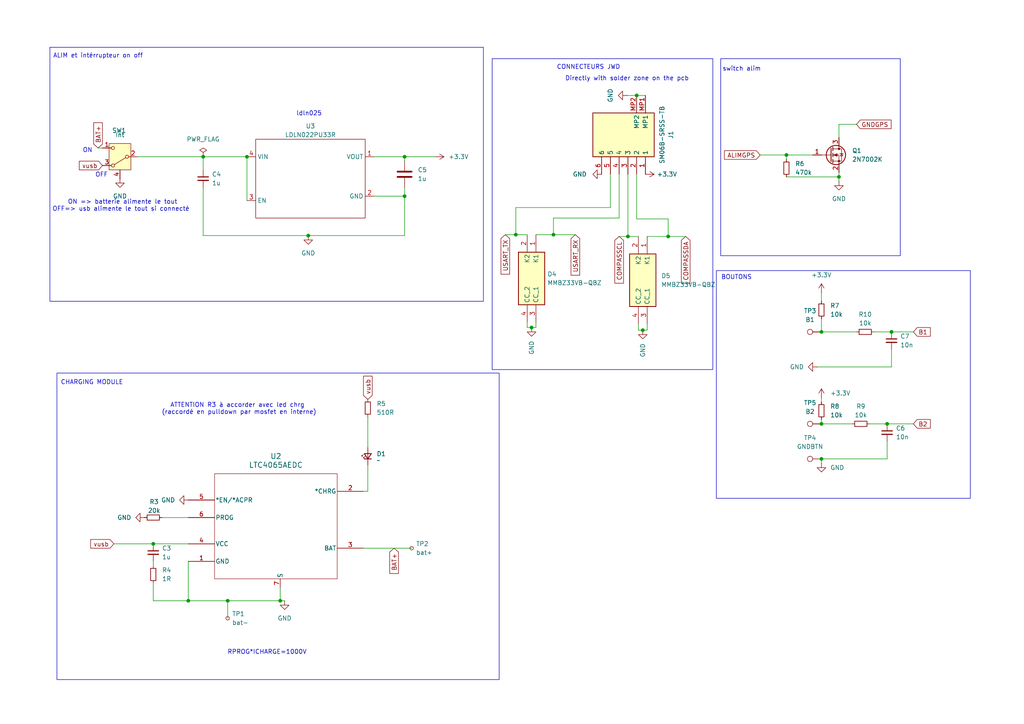
<source format=kicad_sch>
(kicad_sch (version 20231120) (generator "eeschema") (generator_version "8.0")
  (paper "A4")
  (lib_symbols
    (symbol "Connector:TestPoint" (pin_numbers hide) (pin_names (offset 0.762) hide)
      (property "Reference" "TP" (at 0 6.858 0))
      (property "Value" "TestPoint" (at 0 5.08 0))
      (symbol "TestPoint_0_1"
        (circle (center 0 3.302) (radius 0.762))
      )
      (symbol "TestPoint_1_1"
        (pin passive line (at 0 0 90) (length 2.54) (name "1") (number "1"))
      )
    )
    (symbol "Connector:TestPoint_Small" (pin_numbers hide) (pin_names (offset 0.762) hide)
      (property "Reference" "TP" (at 0 3.81 0))
      (property "Value" "TestPoint_Small" (at 0 2.032 0))
      (symbol "TestPoint_Small_0_1"
        (circle (center 0 0) (radius 0.508))
      )
      (symbol "TestPoint_Small_1_1"
        (pin passive line (at 0 0 90) (length 0) (name "1") (number "1"))
      )
    )
    (symbol "Device:C" (pin_numbers hide) (pin_names (offset 0.254))
      (property "Reference" "C" (at 0.635 2.54 0))
      (property "Value" "C" (at 0.635 -2.54 0))
      (symbol "C_0_1"
        (polyline (pts (xy -2.032 -0.762) (xy 2.032 -0.762)) (stroke (width 0.508)))
        (polyline (pts (xy -2.032 0.762) (xy 2.032 0.762)) (stroke (width 0.508)))
      )
      (symbol "C_1_1"
        (pin passive line (at 0 3.81 270) (length 2.794) (name "~") (number "1"))
        (pin passive line (at 0 -3.81 90) (length 2.794) (name "~") (number "2"))
      )
    )
    (symbol "Device:C_Small" (pin_numbers hide) (pin_names (offset 0.254) hide)
      (property "Reference" "C" (at 0.254 1.778 0))
      (property "Value" "C_Small" (at 0.254 -2.032 0))
      (symbol "C_Small_0_1"
        (polyline (pts (xy -1.524 -0.508) (xy 1.524 -0.508)) (stroke (width 0.3302)))
        (polyline (pts (xy -1.524 0.508) (xy 1.524 0.508)) (stroke (width 0.3048)))
      )
      (symbol "C_Small_1_1"
        (pin passive line (at 0 2.54 270) (length 2.032) (name "~") (number "1"))
        (pin passive line (at 0 -2.54 90) (length 2.032) (name "~") (number "2"))
      )
    )
    (symbol "Device:LED_Small" (pin_numbers hide) (pin_names (offset 0.254) hide)
      (property "Reference" "D" (at -1.27 3.175 0))
      (property "Value" "LED_Small" (at -4.445 -2.54 0))
      (symbol "LED_Small_0_1"
        (polyline (pts (xy -0.762 -1.016) (xy -0.762 1.016)) (stroke (width 0.254)))
        (polyline (pts (xy 1.016 0) (xy -0.762 0)))
        (polyline (pts (xy 0.762 -1.016) (xy -0.762 0) (xy 0.762 1.016) (xy 0.762 -1.016)) (stroke (width 0.254)))
        (polyline (pts (xy 0 0.762) (xy -0.508 1.27) (xy -0.254 1.27) (xy -0.508 1.27) (xy -0.508 1.016)))
        (polyline (pts (xy 0.508 1.27) (xy 0 1.778) (xy 0.254 1.778) (xy 0 1.778) (xy 0 1.524)))
      )
      (symbol "LED_Small_1_1"
        (pin passive line (at -2.54 0 0) (length 1.778) (name "K") (number "1"))
        (pin passive line (at 2.54 0 180) (length 1.778) (name "A") (number "2"))
      )
    )
    (symbol "Device:R_Small" (pin_numbers hide) (pin_names (offset 0.254) hide)
      (property "Reference" "R" (at 0.762 0.508 0))
      (property "Value" "R_Small" (at 0.762 -1.016 0))
      (symbol "R_Small_0_1"
        (rectangle (start -0.762 1.778) (end 0.762 -1.778) (stroke (width 0.2032)))
      )
      (symbol "R_Small_1_1"
        (pin passive line (at 0 2.54 270) (length 0.762) (name "~") (number "1"))
        (pin passive line (at 0 -2.54 90) (length 0.762) (name "~") (number "2"))
      )
    )
    (symbol "LDLN025PU33R:LDLN025PU33R"
      (property "Reference" "U" (at 0 0 0))
      (symbol "LDLN025PU33R_0_1"
        (rectangle (start -15.24 11.43) (end 16.51 -11.43))
      )
      (symbol "LDLN025PU33R_1_1"
        (pin power_out line (at 19.05 6.35 180) (length 2.54) (name "VOUT") (number "1"))
        (pin power_out line (at 19.05 -5.08 180) (length 2.54) (name "GND") (number "2"))
        (pin input line (at -17.78 -6.35 0) (length 2.54) (name "EN") (number "3"))
        (pin power_in line (at -17.78 6.35 0) (length 2.54) (name "VIN") (number "4"))
      )
    )
    (symbol "LTC4065:LTC4065AEDC" (pin_names (offset 0.254))
      (property "Reference" "U2" (at 25.4 12.7 0))
      (property "Value" "LTC4065AEDC" (at 25.4 10.16 0))
      (symbol "LTC4065AEDC_0_1"
        (polyline (pts (xy 7.62 -22.86) (xy 43.18 -22.86)) (stroke (width 0.127)))
        (polyline (pts (xy 7.62 7.62) (xy 7.62 -22.86)) (stroke (width 0.127)))
        (polyline (pts (xy 43.18 -22.86) (xy 43.18 7.62)) (stroke (width 0.127)))
        (polyline (pts (xy 43.18 7.62) (xy 7.62 7.62)) (stroke (width 0.127)))
        (pin power_in line (at 0 -17.78 0) (length 7.62) (name "GND") (number "1"))
        (pin output line (at 50.8 2.54 180) (length 7.62) (name "*CHRG") (number "2"))
        (pin power_in line (at 0 -12.7 0) (length 7.62) (name "VCC") (number "4"))
        (pin bidirectional line (at 0 0 0) (length 7.62) (name "*EN/*ACPR") (number "5"))
        (pin unspecified line (at 0 -5.08 0) (length 7.62) (name "PROG") (number "6"))
      )
      (symbol "LTC4065AEDC_1_1"
        (pin power_out line (at 50.8 -13.97 180) (length 7.62) (name "BAT") (number "3"))
        (pin passive line (at 26.67 -25.4 90) (length 2.54) (name "S") (number "7"))
      )
    )
    (symbol "MMBZ33VB-QBZ:MMBZ33VB-QBZ"
      (property "Reference" "D" (at 21.59 7.62 0))
      (property "Value" "MMBZ33VB-QBZ" (at 21.59 5.08 0))
      (symbol "MMBZ33VB-QBZ_1_1"
        (rectangle (start 5.08 2.54) (end 20.32 -5.08) (stroke (width 0.254)) (fill (type background)))
        (pin passive line (at 0 0 0) (length 5.08) (name "K1") (number "1"))
        (pin passive line (at 0 -2.54 0) (length 5.08) (name "K2") (number "2"))
        (pin passive line (at 25.4 0 180) (length 5.08) (name "CC_1") (number "3"))
        (pin passive line (at 25.4 -2.54 180) (length 5.08) (name "CC_2") (number "4"))
      )
    )
    (symbol "SM06B-SRSS:SM06B-SRSS-TB"
      (property "Reference" "J" (at 19.05 7.62 0))
      (property "Value" "SM06B-SRSS-TB" (at 19.05 5.08 0))
      (symbol "SM06B-SRSS-TB_1_1"
        (rectangle (start 5.08 2.54) (end 17.78 -15.24) (stroke (width 0.254)) (fill (type background)))
        (pin passive line (at 22.86 0 180) (length 5.08) (name "1") (number "1"))
        (pin passive line (at 22.86 -2.54 180) (length 5.08) (name "2") (number "2"))
        (pin passive line (at 22.86 -5.08 180) (length 5.08) (name "3") (number "3"))
        (pin passive line (at 22.86 -7.62 180) (length 5.08) (name "4") (number "4"))
        (pin passive line (at 22.86 -10.16 180) (length 5.08) (name "5") (number "5"))
        (pin passive line (at 22.86 -12.7 180) (length 5.08) (name "6") (number "6"))
        (pin passive line (at 0 0 0) (length 5.08) (name "MP1") (number "MP1"))
        (pin passive line (at 0 -2.54 0) (length 5.08) (name "MP2") (number "MP2"))
      )
    )
    (symbol "Switch:SW_SPDT_321" (pin_names (offset 1) hide)
      (property "Reference" "SW6" (at 0.254 -7.62 0))
      (property "Value" "Int" (at 0 -6.35 0))
      (symbol "SW_SPDT_321_0_1"
        (circle (center -2.032 0) (radius 0.4572))
        (polyline (pts (xy -1.651 0.254) (xy 1.651 2.286)))
        (circle (center 2.032 -2.54) (radius 0.4572))
        (circle (center 2.032 2.54) (radius 0.4572))
      )
      (symbol "SW_SPDT_321_1_1"
        (rectangle (start -3.175 3.81) (end 3.175 -3.81) (fill (type background)))
        (pin passive line (at 5.08 -2.54 180) (length 2.54) (name "C") (number "1"))
        (pin passive line (at -5.08 0 0) (length 2.54) (name "B") (number "2"))
        (pin passive line (at 5.08 2.54 180) (length 2.54) (name "A") (number "3"))
        (pin passive line (at 0 6.35 270) (length 2.54) (name "S") (number "4"))
      )
    )
    (symbol "Transistor_FET:2N7002K" (pin_names hide)
      (property "Reference" "Q" (at 5.08 1.905 0))
      (property "Value" "2N7002K" (at 5.08 0 0))
      (symbol "2N7002K_0_1"
        (polyline (pts (xy 0.254 0) (xy -2.54 0)))
        (polyline (pts (xy 0.254 1.905) (xy 0.254 -1.905)) (stroke (width 0.254)))
        (polyline (pts (xy 0.762 -1.27) (xy 0.762 -2.286)) (stroke (width 0.254)))
        (polyline (pts (xy 0.762 0.508) (xy 0.762 -0.508)) (stroke (width 0.254)))
        (polyline (pts (xy 0.762 2.286) (xy 0.762 1.27)) (stroke (width 0.254)))
        (polyline (pts (xy 2.54 2.54) (xy 2.54 1.778)))
        (polyline (pts (xy 2.54 -2.54) (xy 2.54 0) (xy 0.762 0)))
        (polyline (pts (xy 0.762 -1.778) (xy 3.302 -1.778) (xy 3.302 1.778) (xy 0.762 1.778)))
        (polyline (pts (xy 1.016 0) (xy 2.032 0.381) (xy 2.032 -0.381) (xy 1.016 0)) (fill (type outline)))
        (polyline (pts (xy 2.794 0.508) (xy 2.921 0.381) (xy 3.683 0.381) (xy 3.81 0.254)))
        (polyline (pts (xy 3.302 0.381) (xy 2.921 -0.254) (xy 3.683 -0.254) (xy 3.302 0.381)))
        (circle (center 1.651 0) (radius 2.794) (stroke (width 0.254)))
        (circle (center 2.54 -1.778) (radius 0.254) (fill (type outline)))
        (circle (center 2.54 1.778) (radius 0.254) (fill (type outline)))
      )
      (symbol "2N7002K_1_1"
        (pin input line (at -5.08 0 0) (length 2.54) (name "G") (number "1"))
        (pin passive line (at 2.54 -5.08 90) (length 2.54) (name "S") (number "2"))
        (pin passive line (at 2.54 5.08 270) (length 2.54) (name "D") (number "3"))
      )
    )
    (symbol "power:+3.3V" (power) (pin_numbers hide) (pin_names (offset 0) hide)
      (property "Value" "+3.3V" (at 0 3.556 0))
      (symbol "+3.3V_0_1"
        (polyline (pts (xy -0.762 1.27) (xy 0 2.54)))
        (polyline (pts (xy 0 0) (xy 0 2.54)))
        (polyline (pts (xy 0 2.54) (xy 0.762 1.27)))
      )
      (symbol "+3.3V_1_1"
        (pin power_in line (at 0 0 90) (length 0) (name "~") (number "1"))
      )
    )
    (symbol "power:GND" (power) (pin_numbers hide) (pin_names (offset 0) hide)
      (property "Value" "GND" (at 0 -3.81 0))
      (symbol "GND_0_1"
        (polyline (pts (xy 0 0) (xy 0 -1.27) (xy 1.27 -1.27) (xy 0 -2.54) (xy -1.27 -1.27) (xy 0 -1.27)))
      )
      (symbol "GND_1_1"
        (pin power_in line (at 0 0 270) (length 0) (name "~") (number "1"))
      )
    )
    (symbol "power:PWR_FLAG" (power) (pin_numbers hide) (pin_names (offset 0) hide)
      (property "Value" "PWR_FLAG" (at 0 3.81 0))
      (symbol "PWR_FLAG_0_0"
        (pin power_out line (at 0 0 90) (length 0) (name "~") (number "1"))
      )
      (symbol "PWR_FLAG_0_1"
        (polyline (pts (xy 0 0) (xy 0 1.27) (xy -1.016 1.905) (xy 0 2.54) (xy 1.016 1.905) (xy 0 1.27)))
      )
    )
  )
  (junction (at 243.332 51.308))
  (junction (at 117.348 56.896))
  (junction (at 44.45 157.734))
  (junction (at 117.348 45.466))
  (junction (at 193.802 68.58))
  (junction (at 149.606 68.072))
  (junction (at 258.572 96.266))
  (junction (at 154.178 94.996))
  (junction (at 182.118 68.58))
  (junction (at 58.928 45.466))
  (junction (at 81.28 174.244))
  (junction (at 228.092 44.958))
  (junction (at 257.302 122.936))
  (junction (at 238.252 122.936))
  (junction (at 238.252 96.266))
  (junction (at 160.528 68.072))
  (junction (at 66.04 174.244))
  (junction (at 71.628 45.466))
  (junction (at 184.658 27.686))
  (junction (at 54.61 174.244))
  (junction (at 186.436 95.758))
  (junction (at 238.252 133.096))
  (junction (at 89.408 68.326))
  (wire (pts (xy 184.658 27.686) (xy 181.864 27.686)))
  (wire (pts (xy 54.61 162.814) (xy 54.61 174.244)))
  (wire (pts (xy 66.04 174.244) (xy 81.28 174.244)))
  (wire (pts (xy 44.45 169.164) (xy 44.45 174.244)))
  (wire (pts (xy 117.348 45.466) (xy 117.348 46.736)))
  (wire (pts (xy 177.038 50.546) (xy 177.038 60.198)))
  (wire (pts (xy 252.222 122.936) (xy 257.302 122.936)))
  (wire (pts (xy 243.332 51.308) (xy 243.332 52.578)))
  (wire (pts (xy 187.706 95.758) (xy 186.436 95.758)))
  (wire (pts (xy 257.302 128.016) (xy 257.302 133.096)))
  (wire (pts (xy 117.348 68.326) (xy 89.408 68.326)))
  (wire (pts (xy 58.928 45.466) (xy 71.628 45.466)))
  (wire (pts (xy 149.606 68.072) (xy 152.908 68.072)))
  (wire (pts (xy 182.118 50.546) (xy 182.118 68.58)))
  (wire (pts (xy 228.092 44.958) (xy 228.092 46.228)))
  (wire (pts (xy 248.412 36.068) (xy 243.332 36.068)))
  (wire (pts (xy 108.458 45.466) (xy 117.348 45.466)))
  (wire (pts (xy 58.928 68.326) (xy 89.408 68.326)))
  (wire (pts (xy 238.252 96.266) (xy 248.412 96.266)))
  (wire (pts (xy 238.252 92.456) (xy 238.252 96.266)))
  (wire (pts (xy 238.252 122.936) (xy 247.142 122.936)))
  (wire (pts (xy 71.628 58.166) (xy 71.628 45.466)))
  (wire (pts (xy 257.302 122.936) (xy 264.922 122.936)))
  (wire (pts (xy 28.448 42.926) (xy 29.718 42.926)))
  (wire (pts (xy 81.28 174.244) (xy 82.55 174.244)))
  (wire (pts (xy 44.45 174.244) (xy 54.61 174.244)))
  (wire (pts (xy 44.45 157.734) (xy 54.61 157.734)))
  (wire (pts (xy 238.252 121.666) (xy 238.252 122.936)))
  (wire (pts (xy 106.68 120.904) (xy 106.68 129.794)))
  (wire (pts (xy 185.166 93.98) (xy 185.166 95.758)))
  (wire (pts (xy 160.528 68.072) (xy 166.878 68.072)))
  (wire (pts (xy 258.572 96.266) (xy 264.922 96.266)))
  (wire (pts (xy 220.472 44.958) (xy 228.092 44.958)))
  (wire (pts (xy 186.436 95.758) (xy 185.166 95.758)))
  (wire (pts (xy 258.572 101.346) (xy 258.572 106.426)))
  (wire (pts (xy 105.41 159.004) (xy 119.38 159.004)))
  (wire (pts (xy 257.302 133.096) (xy 238.252 133.096)))
  (wire (pts (xy 66.04 174.244) (xy 66.04 179.324)))
  (wire (pts (xy 154.178 94.996) (xy 155.448 94.996)))
  (wire (pts (xy 236.982 106.426) (xy 258.572 106.426)))
  (wire (pts (xy 187.706 93.98) (xy 187.706 95.758)))
  (wire (pts (xy 105.41 142.494) (xy 106.68 142.494)))
  (wire (pts (xy 182.118 68.58) (xy 185.166 68.58)))
  (wire (pts (xy 253.492 96.266) (xy 258.572 96.266)))
  (wire (pts (xy 238.252 84.836) (xy 238.252 87.376)))
  (wire (pts (xy 33.02 157.734) (xy 44.45 157.734)))
  (wire (pts (xy 184.658 63.5) (xy 193.802 63.5)))
  (wire (pts (xy 243.332 50.038) (xy 243.332 51.308)))
  (wire (pts (xy 149.606 60.198) (xy 149.606 68.072)))
  (wire (pts (xy 238.252 133.096) (xy 238.252 134.366)))
  (wire (pts (xy 179.578 68.58) (xy 182.118 68.58)))
  (wire (pts (xy 228.092 44.958) (xy 235.712 44.958)))
  (wire (pts (xy 198.882 68.58) (xy 193.802 68.58)))
  (wire (pts (xy 117.348 56.896) (xy 117.348 68.326)))
  (wire (pts (xy 108.458 56.896) (xy 117.348 56.896)))
  (wire (pts (xy 58.928 54.356) (xy 58.928 68.326)))
  (wire (pts (xy 146.558 68.072) (xy 149.606 68.072)))
  (wire (pts (xy 44.45 162.814) (xy 44.45 164.084)))
  (wire (pts (xy 228.092 51.308) (xy 243.332 51.308)))
  (wire (pts (xy 177.038 60.198) (xy 149.606 60.198)))
  (wire (pts (xy 152.908 94.996) (xy 154.178 94.996)))
  (wire (pts (xy 39.878 45.466) (xy 58.928 45.466)))
  (wire (pts (xy 155.448 68.072) (xy 160.528 68.072)))
  (wire (pts (xy 54.61 174.244) (xy 66.04 174.244)))
  (wire (pts (xy 238.252 115.316) (xy 238.252 116.586)))
  (wire (pts (xy 106.68 142.494) (xy 106.68 134.874)))
  (wire (pts (xy 184.658 50.546) (xy 184.658 63.5)))
  (wire (pts (xy 193.802 63.5) (xy 193.802 68.58)))
  (wire (pts (xy 160.528 63.246) (xy 160.528 68.072)))
  (wire (pts (xy 179.578 63.246) (xy 160.528 63.246)))
  (wire (pts (xy 58.928 45.466) (xy 58.928 49.276)))
  (wire (pts (xy 46.99 150.114) (xy 54.61 150.114)))
  (wire (pts (xy 187.706 68.58) (xy 193.802 68.58)))
  (wire (pts (xy 243.332 36.068) (xy 243.332 39.878)))
  (wire (pts (xy 81.28 170.434) (xy 81.28 174.244)))
  (wire (pts (xy 117.348 45.466) (xy 126.238 45.466)))
  (wire (pts (xy 152.908 93.472) (xy 152.908 94.996)))
  (wire (pts (xy 179.578 50.546) (xy 179.578 63.246)))
  (wire (pts (xy 155.448 94.996) (xy 155.448 93.472)))
  (wire (pts (xy 117.348 56.896) (xy 117.348 54.356)))
  (wire (pts (xy 187.198 27.686) (xy 184.658 27.686)))
  (rectangle (start 16.51 108.204) (end 144.78 197.104))
  (rectangle (start 207.772 78.486) (end 281.432 144.526))
  (rectangle (start 142.748 17.018) (end 206.756 107.188))
  (rectangle (start 14.478 13.716) (end 140.208 87.376))
  (rectangle (start 209.042 17.018) (end 261.112 74.168))
  (text "ALIM et intérrupteur on off" (at 28.448 16.256 0) (effects (font (size 1.27 1.27))))
  (text "BOUTONS" (at 213.614 80.518 0) (effects (font (size 1.27 1.27))))
  (text "ON => batterie alimente le tout\nOFF=> usb alimente le tout si connecté " (at 35.56 59.69 0) (effects (font (size 1.27 1.27))))
  (text "switch alim" (at 215.138 20.066 0) (effects (font (size 1.27 1.27))))
  (text "ldln025" (at 89.662 33.02 0) (effects (font (size 1.27 1.27))))
  (text "OFF" (at 29.464 50.8 0) (effects (font (size 1.27 1.27))))
  (text "RPROG*ICHARGE=1000V" (at 77.47 189.23 0) (effects (font (size 1.27 1.27))))
  (text "Directly with solder zone on the pcb" (at 181.864 22.86 0) (effects (font (size 1.27 1.27))))
  (text "ATTENTION R3 à accorder avec led chrg \n(raccordé en pulldown par mosfet en interne)\n" (at 69.342 118.618 0) (effects (font (size 1.27 1.27))))
  (text "CONNECTEURS JWD" (at 170.688 19.558 0) (effects (font (size 1.27 1.27))))
  (text "ON" (at 25.4 43.688 0) (effects (font (size 1.27 1.27))))
  (text "CHARGING MODULE" (at 26.67 110.998 0) (effects (font (size 1.27 1.27))))
  (global_label "vusb" (shape input) (at 106.68 115.824 90) (property "Intersheetrefs" "${INTERSHEET_REFS}" (effects (hide yes))))
  (global_label "BAT+" (shape input) (at 114.3 159.004 270) (property "Intersheetrefs" "${INTERSHEET_REFS}" (effects (hide yes))))
  (global_label "GNDGPS" (shape input) (at 248.412 36.068 0) (property "Intersheetrefs" "${INTERSHEET_REFS}" (effects (hide yes))))
  (global_label "ALIMGPS" (shape input) (at 220.472 44.958 180) (property "Intersheetrefs" "${INTERSHEET_REFS}" (effects (hide yes))))
  (global_label "USART_RX" (shape input) (at 166.878 68.072 270) (property "Intersheetrefs" "${INTERSHEET_REFS}" (effects (hide yes))))
  (global_label "USART_TX" (shape input) (at 146.558 68.072 270) (property "Intersheetrefs" "${INTERSHEET_REFS}" (effects (hide yes))))
  (global_label "BAT+" (shape input) (at 28.448 42.926 90) (property "Intersheetrefs" "${INTERSHEET_REFS}" (effects (hide yes))))
  (global_label "B2" (shape input) (at 264.922 122.936 0) (property "Intersheetrefs" "${INTERSHEET_REFS}" (effects (hide yes))))
  (global_label "COMPASSDA" (shape input) (at 198.882 68.58 270) (property "Intersheetrefs" "${INTERSHEET_REFS}" (effects (hide yes))))
  (global_label "vusb" (shape input) (at 29.718 48.006 180) (property "Intersheetrefs" "${INTERSHEET_REFS}" (effects (hide yes))))
  (global_label "COMPASSCL" (shape input) (at 179.578 68.58 270) (property "Intersheetrefs" "${INTERSHEET_REFS}" (effects (hide yes))))
  (global_label "vusb" (shape input) (at 33.02 157.734 180) (property "Intersheetrefs" "${INTERSHEET_REFS}" (effects (hide yes))))
  (global_label "B1" (shape input) (at 264.922 96.266 0) (property "Intersheetrefs" "${INTERSHEET_REFS}" (effects (hide yes))))
  (symbol (lib_id "Switch:SW_SPDT_321") (at 34.798 45.466 180) (unit 1)
    (property "Reference" "SW1" (at 34.544 37.846 0))
    (property "Value" "Int" (at 34.798 39.116 0))
    (property "Footprint" "PCM:SW_PCM" (effects (hide yes)))
    (property "Description" "Switch, single pole double throw" (effects (hide yes)))
  )
  (symbol (lib_id "LDLN025PU33R:LDLN025PU33R") (at 89.408 51.816 0) (unit 1)
    (property "Reference" "U3" (at 90.043 36.576 0))
    (property "Value" "LDLN022PU33R" (at 90.043 39.116 0))
    (property "Footprint" "LDLN025PU33R:LDLN025PU33R" (effects (hide yes)))
  )
  (symbol (lib_id "Device:R_Small") (at 106.68 118.364 0) (unit 1)
    (property "Reference" "R5" (at 109.22 117.0939 0) (effects (justify left)))
    (property "Value" "510R" (at 109.22 119.6339 0) (effects (justify left)))
    (property "Footprint" "Resistor_SMD:R_0402_1005Metric" (effects (hide yes)))
    (property "Description" "Resistor, small symbol" (effects (hide yes)))
  )
  (symbol (lib_id "Connector:TestPoint_Small") (at 66.04 179.324 0) (unit 1)
    (property "Reference" "TP1" (at 67.31 178.0539 0) (effects (justify left)))
    (property "Value" "bat-" (at 67.31 180.5939 0) (effects (justify left)))
    (property "Footprint" "TestPoint:TestPoint_THTPad_D1.0mm_Drill0.5mm" (effects (hide yes)))
    (property "Description" "test point" (effects (hide yes)))
  )
  (symbol (lib_id "power:GND") (at 41.91 150.114 270) (unit 1)
    (property "Reference" "#PWR02" (effects (hide yes)))
    (property "Value" "GND" (at 38.1 150.1139 90) (effects (justify right)))
    (property "Description" "Power symbol creates a global label with name \"GND\" , ground" (effects (hide yes)))
  )
  (symbol (lib_id "power:GND") (at 243.332 52.578 0) (unit 1)
    (property "Reference" "#PWR011" (effects (hide yes)))
    (property "Value" "GND" (at 243.332 57.658 0))
    (property "Description" "Power symbol creates a global label with name \"GND\" , ground" (effects (hide yes)))
  )
  (symbol (lib_id "power:GND") (at 34.798 51.816 0) (unit 1)
    (property "Reference" "#PWR01" (effects (hide yes)))
    (property "Value" "GND" (at 34.798 56.896 0))
    (property "Description" "Power symbol creates a global label with name \"GND\" , ground" (effects (hide yes)))
  )
  (symbol (lib_id "power:GND") (at 82.55 174.244 0) (unit 1)
    (property "Reference" "#PWR04" (effects (hide yes)))
    (property "Value" "GND" (at 82.55 179.324 0))
    (property "Description" "Power symbol creates a global label with name \"GND\" , ground" (effects (hide yes)))
  )
  (symbol (lib_id "Connector:TestPoint") (at 238.252 133.096 90) (unit 1)
    (property "Reference" "TP4" (at 234.95 127 90))
    (property "Value" "GNDBTN" (at 234.95 129.54 90))
    (property "Footprint" "custom_testpoint:TestPoint_Pad_1.0x1.0mm" (effects (hide yes)))
    (property "Description" "test point" (effects (hide yes)))
  )
  (symbol (lib_id "power:GND") (at 186.436 95.758 0) (unit 1)
    (property "Reference" "#PWR050" (effects (hide yes)))
    (property "Value" "GND" (at 186.4361 99.568 90) (effects (justify right)))
    (property "Description" "Power symbol creates a global label with name \"GND\" , ground" (effects (hide yes)))
  )
  (symbol (lib_id "Device:R_Small") (at 250.952 96.266 90) (unit 1)
    (property "Reference" "R10" (at 250.952 91.186 90))
    (property "Value" "10k" (at 250.952 93.726 90))
    (property "Footprint" "Resistor_SMD:R_0402_1005Metric" (effects (hide yes)))
    (property "Description" "Resistor, small symbol" (effects (hide yes)))
  )
  (symbol (lib_id "Device:C_Small") (at 258.572 98.806 0) (unit 1)
    (property "Reference" "C7" (at 261.112 97.5422 0) (effects (justify left)))
    (property "Value" "10n" (at 261.112 100.0822 0) (effects (justify left)))
    (property "Footprint" "Capacitor_SMD:C_0402_1005Metric" (effects (hide yes)))
    (property "Description" "Unpolarized capacitor, small symbol" (effects (hide yes)))
  )
  (symbol (lib_id "power:+3.3V") (at 126.238 45.466 270) (unit 1)
    (property "Reference" "#PWR06" (effects (hide yes)))
    (property "Value" "+3.3V" (at 130.048 45.4659 90) (effects (justify left)))
    (property "Description" "Power symbol creates a global label with name \"+3.3V\"" (effects (hide yes)))
  )
  (symbol (lib_id "Device:R_Small") (at 44.45 150.114 90) (unit 1)
    (property "Reference" "R3" (at 44.704 145.542 90))
    (property "Value" "20k" (at 44.704 148.082 90))
    (property "Footprint" "Resistor_SMD:R_0402_1005Metric" (effects (hide yes)))
    (property "Description" "Resistor, small symbol" (effects (hide yes)))
  )
  (symbol (lib_id "power:+3.3V") (at 187.198 50.546 270) (unit 1)
    (property "Reference" "#PWR09" (effects (hide yes)))
    (property "Value" "+3.3V" (at 190.5 50.5459 90) (effects (justify left)))
    (property "Description" "Power symbol creates a global label with name \"+3.3V\"" (effects (hide yes)))
  )
  (symbol (lib_id "power:+3.3V") (at 238.252 84.836 0) (unit 1)
    (property "Reference" "#PWR013" (effects (hide yes)))
    (property "Value" "+3.3V" (at 238.252 79.756 0))
    (property "Description" "Power symbol creates a global label with name \"+3.3V\"" (effects (hide yes)))
  )
  (symbol (lib_id "Device:R_Small") (at 249.682 122.936 90) (unit 1)
    (property "Reference" "R9" (at 249.682 117.856 90))
    (property "Value" "10k" (at 249.682 120.396 90))
    (property "Footprint" "Resistor_SMD:R_0402_1005Metric" (effects (hide yes)))
    (property "Description" "Resistor, small symbol" (effects (hide yes)))
  )
  (symbol (lib_id "Device:C_Small") (at 58.928 51.816 0) (unit 1)
    (property "Reference" "C4" (at 61.468 50.5522 0) (effects (justify left)))
    (property "Value" "1u" (at 61.468 53.0922 0) (effects (justify left)))
    (property "Footprint" "Capacitor_SMD:C_0402_1005Metric" (effects (hide yes)))
    (property "Description" "Unpolarized capacitor, small symbol" (effects (hide yes)))
  )
  (symbol (lib_id "power:GND") (at 89.408 68.326 0) (unit 1)
    (property "Reference" "#PWR05" (effects (hide yes)))
    (property "Value" "GND" (at 89.408 73.406 0))
    (property "Description" "Power symbol creates a global label with name \"GND\" , ground" (effects (hide yes)))
  )
  (symbol (lib_id "Device:LED_Small") (at 106.68 132.334 90) (unit 1)
    (property "Reference" "D1" (at 109.22 131.6354 90) (effects (justify right)))
    (property "Value" "~" (at 109.22 133.5405 90) (effects (justify right)))
    (property "Footprint" "LED_SMD:LED_0201_0603Metric_Pad0.64x0.40mm_HandSolder" (effects (hide yes)))
    (property "Description" "Light emitting diode, small symbol" (effects (hide yes)))
  )
  (symbol (lib_id "Device:C_Small") (at 44.45 160.274 0) (unit 1)
    (property "Reference" "C3" (at 46.99 159.0102 0) (effects (justify left)))
    (property "Value" "1u" (at 46.99 161.5502 0) (effects (justify left)))
    (property "Footprint" "Capacitor_SMD:C_0402_1005Metric" (effects (hide yes)))
    (property "Description" "Unpolarized capacitor, small symbol" (effects (hide yes)))
  )
  (symbol (lib_id "power:GND") (at 236.982 106.426 270) (unit 1)
    (property "Reference" "#PWR012" (effects (hide yes)))
    (property "Value" "GND" (at 233.172 106.4259 90) (effects (justify right)))
    (property "Description" "Power symbol creates a global label with name \"GND\" , ground" (effects (hide yes)))
  )
  (symbol (lib_id "MMBZ33VB-QBZ:MMBZ33VB-QBZ") (at 155.448 68.072 270) (unit 1)
    (property "Reference" "D4" (at 158.75 79.5019 90) (effects (justify left)))
    (property "Value" "MMBZ33VB-QBZ" (at 158.75 82.0419 90) (effects (justify left)))
    (property "Footprint" "MMBZ33VB-QBZ:BC847BQBZ" (effects (hide yes)))
    (property "Datasheet" "https://assets.nexperia.com/documents/data-sheet/MMBZ33VB-QB.pdf" (effects (hide yes)))
    (property "Description" "Low capacitance bidirectional dual line ESD protection diode" (effects (hide yes)))
    (property "Height" "0.5" (effects (hide yes)))
    (property "Manufacturer_Name" "Nexperia" (effects (hide yes)))
    (property "Manufacturer_Part_Number" "MMBZ33VB-QBZ" (effects (hide yes)))
    (property "Mouser Part Number" "771-MMBZ33VBQBZ" (effects (hide yes)))
    (property "Mouser Price/Stock" "https://www.mouser.co.uk/ProductDetail/Nexperia/MMBZ33VB-QBZ?qs=olJun0bQHM%2F4IJBwkSgIfQ%3D%3D" (effects (hide yes)))
  )
  (symbol (lib_id "Device:C_Small") (at 257.302 125.476 0) (unit 1)
    (property "Reference" "C6" (at 259.842 124.2122 0) (effects (justify left)))
    (property "Value" "10n" (at 259.842 126.7522 0) (effects (justify left)))
    (property "Footprint" "Capacitor_SMD:C_0402_1005Metric" (effects (hide yes)))
    (property "Description" "Unpolarized capacitor, small symbol" (effects (hide yes)))
  )
  (symbol (lib_id "Connector:TestPoint") (at 238.252 96.266 90) (unit 1)
    (property "Reference" "TP3" (at 234.95 90.17 90))
    (property "Value" "B1" (at 234.95 92.71 90))
    (property "Footprint" "custom_testpoint:TestPoint_Pad_1.0x1.0mm" (effects (hide yes)))
    (property "Description" "test point" (effects (hide yes)))
  )
  (symbol (lib_id "LTC4065:LTC4065AEDC") (at 54.61 145.034 0) (unit 1)
    (property "Reference" "U2" (at 80.01 132.334 0) (effects (font (size 1.524 1.524))))
    (property "Value" "LTC4065AEDC" (at 80.01 134.874 0) (effects (font (size 1.524 1.524))))
    (property "Footprint" "LTC4065:DFN-6_DC_LIT" (effects (hide yes)))
    (property "Datasheet" "https://www.analog.com/media/en/technical-documentation/data-sheets/4065fb.pdf" (effects (hide yes)))
    (property "Description" "LTC4065AEDC" (effects (hide yes)))
  )
  (symbol (lib_id "Device:R_Small") (at 228.092 48.768 0) (unit 1)
    (property "Reference" "R6" (at 230.632 47.4979 0) (effects (justify left)))
    (property "Value" "470k" (at 230.632 50.0379 0) (effects (justify left)))
    (property "Footprint" "Resistor_SMD:R_0402_1005Metric" (effects (hide yes)))
    (property "Description" "Resistor, small symbol" (effects (hide yes)))
  )
  (symbol (lib_id "SM06B-SRSS:SM06B-SRSS-TB") (at 187.198 27.686 270) (unit 1)
    (property "Reference" "J1" (at 194.564 39.116 0))
    (property "Value" "SM06B-SRSS-TB" (at 192.024 39.116 0))
    (property "Footprint" "SM06B-SRSS:SM06BSRSSTB" (effects (hide yes)))
    (property "Datasheet" "https://media.digikey.com/pdf/Data%20Sheets/JST%20PDFs/SR%20Connector.pdf" (effects (hide yes)))
    (property "Description" "CONN HEADER SH 6POS SIDE 1MM TIN" (effects (hide yes)))
    (property "Height" "2.95" (effects (hide yes)))
    (property "Manufacturer_Name" "JST (JAPAN SOLDERLESS TERMINALS)" (effects (hide yes)))
    (property "Manufacturer_Part_Number" "SM06B-SRSS-TB" (effects (hide yes)))
  )
  (symbol (lib_id "power:GND") (at 181.864 27.686 270) (unit 1)
    (property "Reference" "#PWR07" (effects (hide yes)))
    (property "Value" "GND" (at 177.038 27.686 0))
    (property "Description" "Power symbol creates a global label with name \"GND\" , ground" (effects (hide yes)))
  )
  (symbol (lib_id "Device:R_Small") (at 238.252 89.916 0) (unit 1)
    (property "Reference" "R7" (at 240.792 88.6459 0) (effects (justify left)))
    (property "Value" "10k" (at 240.792 91.1859 0) (effects (justify left)))
    (property "Footprint" "Resistor_SMD:R_0402_1005Metric" (effects (hide yes)))
    (property "Description" "Resistor, small symbol" (effects (hide yes)))
  )
  (symbol (lib_id "power:GND") (at 154.178 94.996 0) (unit 1)
    (property "Reference" "#PWR049" (effects (hide yes)))
    (property "Value" "GND" (at 154.1781 98.806 90) (effects (justify right)))
    (property "Description" "Power symbol creates a global label with name \"GND\" , ground" (effects (hide yes)))
  )
  (symbol (lib_id "Transistor_FET:2N7002K") (at 240.792 44.958 0) (unit 1)
    (property "Reference" "Q1" (at 247.142 43.6879 0) (effects (justify left)))
    (property "Value" "2N7002K" (at 247.142 46.2279 0) (effects (justify left)))
    (property "Footprint" "2N7002KQBZ:2N7002KQB" (effects (hide yes)))
    (property "Datasheet" "https://www.mouser.fr/datasheet/2/916/2N7002KQB-2721666.pdf" (effects (hide yes)))
    (property "Description" "2N7002KQBZ" (effects (hide yes)))
  )
  (symbol (lib_id "power:GND") (at 238.252 134.366 0) (unit 1)
    (property "Reference" "#PWR015" (effects (hide yes)))
    (property "Value" "GND" (at 240.792 135.6359 0) (effects (justify left)))
    (property "Description" "Power symbol creates a global label with name \"GND\" , ground" (effects (hide yes)))
  )
  (symbol (lib_id "Connector:TestPoint_Small") (at 119.38 159.004 0) (unit 1)
    (property "Reference" "TP2" (at 120.65 157.7339 0) (effects (justify left)))
    (property "Value" "bat+" (at 120.65 160.2739 0) (effects (justify left)))
    (property "Footprint" "TestPoint:TestPoint_THTPad_D1.0mm_Drill0.5mm" (effects (hide yes)))
    (property "Description" "test point" (effects (hide yes)))
  )
  (symbol (lib_id "power:PWR_FLAG") (at 58.928 45.466 0) (unit 1)
    (property "Reference" "#FLG01" (effects (hide yes)))
    (property "Value" "PWR_FLAG" (at 58.928 40.386 0))
    (property "Description" "Special symbol for telling ERC where power comes from" (effects (hide yes)))
  )
  (symbol (lib_id "power:GND") (at 174.498 50.546 270) (unit 1)
    (property "Reference" "#PWR010" (effects (hide yes)))
    (property "Value" "GND" (at 168.148 50.546 90))
    (property "Description" "Power symbol creates a global label with name \"GND\" , ground" (effects (hide yes)))
  )
  (symbol (lib_id "power:GND") (at 54.61 145.034 270) (unit 1)
    (property "Reference" "#PWR03" (effects (hide yes)))
    (property "Value" "GND" (at 50.8 145.0339 90) (effects (justify right)))
    (property "Description" "Power symbol creates a global label with name \"GND\" , ground" (effects (hide yes)))
  )
  (symbol (lib_id "Connector:TestPoint") (at 238.252 122.936 90) (unit 1)
    (property "Reference" "TP5" (at 234.95 116.84 90))
    (property "Value" "B2" (at 234.95 119.38 90))
    (property "Footprint" "custom_testpoint:TestPoint_Pad_1.0x1.0mm" (effects (hide yes)))
    (property "Description" "test point" (effects (hide yes)))
  )
  (symbol (lib_id "Device:R_Small") (at 44.45 166.624 0) (unit 1)
    (property "Reference" "R4" (at 46.99 165.3539 0) (effects (justify left)))
    (property "Value" "1R" (at 46.99 167.8939 0) (effects (justify left)))
    (property "Footprint" "Resistor_SMD:R_0402_1005Metric" (effects (hide yes)))
    (property "Description" "Resistor, small symbol" (effects (hide yes)))
  )
  (symbol (lib_id "MMBZ33VB-QBZ:MMBZ33VB-QBZ") (at 187.706 68.58 270) (unit 1)
    (property "Reference" "D5" (at 191.77 80.0099 90) (effects (justify left)))
    (property "Value" "MMBZ33VB-QBZ" (at 191.77 82.5499 90) (effects (justify left)))
    (property "Footprint" "MMBZ33VB-QBZ:BC847BQBZ" (effects (hide yes)))
    (property "Datasheet" "https://assets.nexperia.com/documents/data-sheet/MMBZ33VB-QB.pdf" (effects (hide yes)))
    (property "Description" "Low capacitance bidirectional dual line ESD protection diode" (effects (hide yes)))
    (property "Height" "0.5" (effects (hide yes)))
    (property "Manufacturer_Name" "Nexperia" (effects (hide yes)))
    (property "Manufacturer_Part_Number" "MMBZ33VB-QBZ" (effects (hide yes)))
    (property "Mouser Part Number" "771-MMBZ33VBQBZ" (effects (hide yes)))
    (property "Mouser Price/Stock" "https://www.mouser.co.uk/ProductDetail/Nexperia/MMBZ33VB-QBZ?qs=olJun0bQHM%2F4IJBwkSgIfQ%3D%3D" (effects (hide yes)))
  )
  (symbol (lib_id "power:+3.3V") (at 238.252 115.316 0) (unit 1)
    (property "Reference" "#PWR014" (effects (hide yes)))
    (property "Value" "+3.3V" (at 240.792 114.0459 0) (effects (justify left)))
    (property "Description" "Power symbol creates a global label with name \"+3.3V\"" (effects (hide yes)))
  )
  (symbol (lib_id "Device:R_Small") (at 238.252 119.126 0) (unit 1)
    (property "Reference" "R8" (at 240.792 117.8559 0) (effects (justify left)))
    (property "Value" "10k" (at 240.792 120.3959 0) (effects (justify left)))
    (property "Footprint" "Resistor_SMD:R_0402_1005Metric" (effects (hide yes)))
    (property "Description" "Resistor, small symbol" (effects (hide yes)))
  )
  (symbol (lib_id "Device:C") (at 117.348 50.546 0) (unit 1)
    (property "Reference" "C5" (at 121.158 49.2759 0) (effects (justify left)))
    (property "Value" "1u" (at 121.158 51.8159 0) (effects (justify left)))
    (property "Footprint" "Capacitor_SMD:C_0402_1005Metric" (effects (hide yes)))
    (property "Description" "Unpolarized capacitor" (effects (hide yes)))
  )
)
</source>
